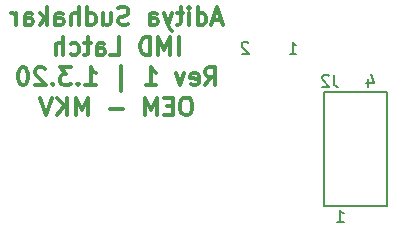
<source format=gbo>
G04 #@! TF.GenerationSoftware,KiCad,Pcbnew,(5.1.4-0-10_14)*
G04 #@! TF.CreationDate,2020-01-14T22:25:27-05:00*
G04 #@! TF.ProjectId,IMD_LATCH,494d445f-4c41-4544-9348-2e6b69636164,1*
G04 #@! TF.SameCoordinates,Original*
G04 #@! TF.FileFunction,Legend,Bot*
G04 #@! TF.FilePolarity,Positive*
%FSLAX46Y46*%
G04 Gerber Fmt 4.6, Leading zero omitted, Abs format (unit mm)*
G04 Created by KiCad (PCBNEW (5.1.4-0-10_14)) date 2020-01-14 22:25:27*
%MOMM*%
%LPD*%
G04 APERTURE LIST*
%ADD10C,0.300000*%
%ADD11C,0.150000*%
G04 APERTURE END LIST*
D10*
X150921728Y-109302600D02*
X150207442Y-109302600D01*
X151064585Y-109731171D02*
X150564585Y-108231171D01*
X150064585Y-109731171D01*
X148921728Y-109731171D02*
X148921728Y-108231171D01*
X148921728Y-109659742D02*
X149064585Y-109731171D01*
X149350300Y-109731171D01*
X149493157Y-109659742D01*
X149564585Y-109588314D01*
X149636014Y-109445457D01*
X149636014Y-109016885D01*
X149564585Y-108874028D01*
X149493157Y-108802600D01*
X149350300Y-108731171D01*
X149064585Y-108731171D01*
X148921728Y-108802600D01*
X148207442Y-109731171D02*
X148207442Y-108731171D01*
X148207442Y-108231171D02*
X148278871Y-108302600D01*
X148207442Y-108374028D01*
X148136014Y-108302600D01*
X148207442Y-108231171D01*
X148207442Y-108374028D01*
X147707442Y-108731171D02*
X147136014Y-108731171D01*
X147493157Y-108231171D02*
X147493157Y-109516885D01*
X147421728Y-109659742D01*
X147278871Y-109731171D01*
X147136014Y-109731171D01*
X146778871Y-108731171D02*
X146421728Y-109731171D01*
X146064585Y-108731171D02*
X146421728Y-109731171D01*
X146564585Y-110088314D01*
X146636014Y-110159742D01*
X146778871Y-110231171D01*
X144850300Y-109731171D02*
X144850300Y-108945457D01*
X144921728Y-108802600D01*
X145064585Y-108731171D01*
X145350300Y-108731171D01*
X145493157Y-108802600D01*
X144850300Y-109659742D02*
X144993157Y-109731171D01*
X145350300Y-109731171D01*
X145493157Y-109659742D01*
X145564585Y-109516885D01*
X145564585Y-109374028D01*
X145493157Y-109231171D01*
X145350300Y-109159742D01*
X144993157Y-109159742D01*
X144850300Y-109088314D01*
X143064585Y-109659742D02*
X142850300Y-109731171D01*
X142493157Y-109731171D01*
X142350300Y-109659742D01*
X142278871Y-109588314D01*
X142207442Y-109445457D01*
X142207442Y-109302600D01*
X142278871Y-109159742D01*
X142350300Y-109088314D01*
X142493157Y-109016885D01*
X142778871Y-108945457D01*
X142921728Y-108874028D01*
X142993157Y-108802600D01*
X143064585Y-108659742D01*
X143064585Y-108516885D01*
X142993157Y-108374028D01*
X142921728Y-108302600D01*
X142778871Y-108231171D01*
X142421728Y-108231171D01*
X142207442Y-108302600D01*
X140921728Y-108731171D02*
X140921728Y-109731171D01*
X141564585Y-108731171D02*
X141564585Y-109516885D01*
X141493157Y-109659742D01*
X141350300Y-109731171D01*
X141136014Y-109731171D01*
X140993157Y-109659742D01*
X140921728Y-109588314D01*
X139564585Y-109731171D02*
X139564585Y-108231171D01*
X139564585Y-109659742D02*
X139707442Y-109731171D01*
X139993157Y-109731171D01*
X140136014Y-109659742D01*
X140207442Y-109588314D01*
X140278871Y-109445457D01*
X140278871Y-109016885D01*
X140207442Y-108874028D01*
X140136014Y-108802600D01*
X139993157Y-108731171D01*
X139707442Y-108731171D01*
X139564585Y-108802600D01*
X138850300Y-109731171D02*
X138850300Y-108231171D01*
X138207442Y-109731171D02*
X138207442Y-108945457D01*
X138278871Y-108802600D01*
X138421728Y-108731171D01*
X138636014Y-108731171D01*
X138778871Y-108802600D01*
X138850300Y-108874028D01*
X136850300Y-109731171D02*
X136850300Y-108945457D01*
X136921728Y-108802600D01*
X137064585Y-108731171D01*
X137350300Y-108731171D01*
X137493157Y-108802600D01*
X136850300Y-109659742D02*
X136993157Y-109731171D01*
X137350300Y-109731171D01*
X137493157Y-109659742D01*
X137564585Y-109516885D01*
X137564585Y-109374028D01*
X137493157Y-109231171D01*
X137350300Y-109159742D01*
X136993157Y-109159742D01*
X136850300Y-109088314D01*
X136136014Y-109731171D02*
X136136014Y-108231171D01*
X135993157Y-109159742D02*
X135564585Y-109731171D01*
X135564585Y-108731171D02*
X136136014Y-109302600D01*
X134278871Y-109731171D02*
X134278871Y-108945457D01*
X134350300Y-108802600D01*
X134493157Y-108731171D01*
X134778871Y-108731171D01*
X134921728Y-108802600D01*
X134278871Y-109659742D02*
X134421728Y-109731171D01*
X134778871Y-109731171D01*
X134921728Y-109659742D01*
X134993157Y-109516885D01*
X134993157Y-109374028D01*
X134921728Y-109231171D01*
X134778871Y-109159742D01*
X134421728Y-109159742D01*
X134278871Y-109088314D01*
X133564585Y-109731171D02*
X133564585Y-108731171D01*
X133564585Y-109016885D02*
X133493157Y-108874028D01*
X133421728Y-108802600D01*
X133278871Y-108731171D01*
X133136014Y-108731171D01*
X147314585Y-112281171D02*
X147314585Y-110781171D01*
X146600300Y-112281171D02*
X146600300Y-110781171D01*
X146100300Y-111852600D01*
X145600300Y-110781171D01*
X145600300Y-112281171D01*
X144886014Y-112281171D02*
X144886014Y-110781171D01*
X144528871Y-110781171D01*
X144314585Y-110852600D01*
X144171728Y-110995457D01*
X144100300Y-111138314D01*
X144028871Y-111424028D01*
X144028871Y-111638314D01*
X144100300Y-111924028D01*
X144171728Y-112066885D01*
X144314585Y-112209742D01*
X144528871Y-112281171D01*
X144886014Y-112281171D01*
X141528871Y-112281171D02*
X142243157Y-112281171D01*
X142243157Y-110781171D01*
X140386014Y-112281171D02*
X140386014Y-111495457D01*
X140457442Y-111352600D01*
X140600300Y-111281171D01*
X140886014Y-111281171D01*
X141028871Y-111352600D01*
X140386014Y-112209742D02*
X140528871Y-112281171D01*
X140886014Y-112281171D01*
X141028871Y-112209742D01*
X141100300Y-112066885D01*
X141100300Y-111924028D01*
X141028871Y-111781171D01*
X140886014Y-111709742D01*
X140528871Y-111709742D01*
X140386014Y-111638314D01*
X139886014Y-111281171D02*
X139314585Y-111281171D01*
X139671728Y-110781171D02*
X139671728Y-112066885D01*
X139600300Y-112209742D01*
X139457442Y-112281171D01*
X139314585Y-112281171D01*
X138171728Y-112209742D02*
X138314585Y-112281171D01*
X138600300Y-112281171D01*
X138743157Y-112209742D01*
X138814585Y-112138314D01*
X138886014Y-111995457D01*
X138886014Y-111566885D01*
X138814585Y-111424028D01*
X138743157Y-111352600D01*
X138600300Y-111281171D01*
X138314585Y-111281171D01*
X138171728Y-111352600D01*
X137528871Y-112281171D02*
X137528871Y-110781171D01*
X136886014Y-112281171D02*
X136886014Y-111495457D01*
X136957442Y-111352600D01*
X137100300Y-111281171D01*
X137314585Y-111281171D01*
X137457442Y-111352600D01*
X137528871Y-111424028D01*
X149564585Y-114831171D02*
X150064585Y-114116885D01*
X150421728Y-114831171D02*
X150421728Y-113331171D01*
X149850300Y-113331171D01*
X149707442Y-113402600D01*
X149636014Y-113474028D01*
X149564585Y-113616885D01*
X149564585Y-113831171D01*
X149636014Y-113974028D01*
X149707442Y-114045457D01*
X149850300Y-114116885D01*
X150421728Y-114116885D01*
X148350300Y-114759742D02*
X148493157Y-114831171D01*
X148778871Y-114831171D01*
X148921728Y-114759742D01*
X148993157Y-114616885D01*
X148993157Y-114045457D01*
X148921728Y-113902600D01*
X148778871Y-113831171D01*
X148493157Y-113831171D01*
X148350300Y-113902600D01*
X148278871Y-114045457D01*
X148278871Y-114188314D01*
X148993157Y-114331171D01*
X147778871Y-113831171D02*
X147421728Y-114831171D01*
X147064585Y-113831171D01*
X144564585Y-114831171D02*
X145421728Y-114831171D01*
X144993157Y-114831171D02*
X144993157Y-113331171D01*
X145136014Y-113545457D01*
X145278871Y-113688314D01*
X145421728Y-113759742D01*
X142421728Y-115331171D02*
X142421728Y-113188314D01*
X139421728Y-114831171D02*
X140278871Y-114831171D01*
X139850300Y-114831171D02*
X139850300Y-113331171D01*
X139993157Y-113545457D01*
X140136014Y-113688314D01*
X140278871Y-113759742D01*
X138778871Y-114688314D02*
X138707442Y-114759742D01*
X138778871Y-114831171D01*
X138850300Y-114759742D01*
X138778871Y-114688314D01*
X138778871Y-114831171D01*
X138207442Y-113331171D02*
X137278871Y-113331171D01*
X137778871Y-113902600D01*
X137564585Y-113902600D01*
X137421728Y-113974028D01*
X137350300Y-114045457D01*
X137278871Y-114188314D01*
X137278871Y-114545457D01*
X137350300Y-114688314D01*
X137421728Y-114759742D01*
X137564585Y-114831171D01*
X137993157Y-114831171D01*
X138136014Y-114759742D01*
X138207442Y-114688314D01*
X136636014Y-114688314D02*
X136564585Y-114759742D01*
X136636014Y-114831171D01*
X136707442Y-114759742D01*
X136636014Y-114688314D01*
X136636014Y-114831171D01*
X135993157Y-113474028D02*
X135921728Y-113402600D01*
X135778871Y-113331171D01*
X135421728Y-113331171D01*
X135278871Y-113402600D01*
X135207442Y-113474028D01*
X135136014Y-113616885D01*
X135136014Y-113759742D01*
X135207442Y-113974028D01*
X136064585Y-114831171D01*
X135136014Y-114831171D01*
X134207442Y-113331171D02*
X134064585Y-113331171D01*
X133921728Y-113402600D01*
X133850300Y-113474028D01*
X133778871Y-113616885D01*
X133707442Y-113902600D01*
X133707442Y-114259742D01*
X133778871Y-114545457D01*
X133850300Y-114688314D01*
X133921728Y-114759742D01*
X134064585Y-114831171D01*
X134207442Y-114831171D01*
X134350300Y-114759742D01*
X134421728Y-114688314D01*
X134493157Y-114545457D01*
X134564585Y-114259742D01*
X134564585Y-113902600D01*
X134493157Y-113616885D01*
X134421728Y-113474028D01*
X134350300Y-113402600D01*
X134207442Y-113331171D01*
X148100300Y-115881171D02*
X147814585Y-115881171D01*
X147671728Y-115952600D01*
X147528871Y-116095457D01*
X147457442Y-116381171D01*
X147457442Y-116881171D01*
X147528871Y-117166885D01*
X147671728Y-117309742D01*
X147814585Y-117381171D01*
X148100300Y-117381171D01*
X148243157Y-117309742D01*
X148386014Y-117166885D01*
X148457442Y-116881171D01*
X148457442Y-116381171D01*
X148386014Y-116095457D01*
X148243157Y-115952600D01*
X148100300Y-115881171D01*
X146814585Y-116595457D02*
X146314585Y-116595457D01*
X146100300Y-117381171D02*
X146814585Y-117381171D01*
X146814585Y-115881171D01*
X146100300Y-115881171D01*
X145457442Y-117381171D02*
X145457442Y-115881171D01*
X144957442Y-116952600D01*
X144457442Y-115881171D01*
X144457442Y-117381171D01*
X142600300Y-116809742D02*
X141457442Y-116809742D01*
X139600300Y-117381171D02*
X139600300Y-115881171D01*
X139100300Y-116952600D01*
X138600300Y-115881171D01*
X138600300Y-117381171D01*
X137886014Y-117381171D02*
X137886014Y-115881171D01*
X137028871Y-117381171D02*
X137671728Y-116524028D01*
X137028871Y-115881171D02*
X137886014Y-116738314D01*
X136600300Y-115881171D02*
X136100300Y-117381171D01*
X135600300Y-115881171D01*
D11*
X159617900Y-115373200D02*
X164917900Y-115373200D01*
X159617900Y-125063200D02*
X164917900Y-125063200D01*
X159617900Y-115373200D02*
X159617900Y-125063200D01*
X164917900Y-115373200D02*
X164917900Y-125063200D01*
X160454933Y-113942880D02*
X160454933Y-114657166D01*
X160502552Y-114800023D01*
X160597790Y-114895261D01*
X160740647Y-114942880D01*
X160835885Y-114942880D01*
X160026361Y-114038119D02*
X159978742Y-113990500D01*
X159883504Y-113942880D01*
X159645409Y-113942880D01*
X159550171Y-113990500D01*
X159502552Y-114038119D01*
X159454933Y-114133357D01*
X159454933Y-114228595D01*
X159502552Y-114371452D01*
X160073980Y-114942880D01*
X159454933Y-114942880D01*
X163347423Y-114288914D02*
X163347423Y-114955580D01*
X163585519Y-113907961D02*
X163823614Y-114622247D01*
X163204566Y-114622247D01*
X160712185Y-126385580D02*
X161283614Y-126385580D01*
X160997900Y-126385580D02*
X160997900Y-125385580D01*
X161093138Y-125528438D01*
X161188376Y-125623676D01*
X161283614Y-125671295D01*
X156698985Y-112161580D02*
X157270414Y-112161580D01*
X156984700Y-112161580D02*
X156984700Y-111161580D01*
X157079938Y-111304438D01*
X157175176Y-111399676D01*
X157270414Y-111447295D01*
X153206414Y-111256819D02*
X153158795Y-111209200D01*
X153063557Y-111161580D01*
X152825461Y-111161580D01*
X152730223Y-111209200D01*
X152682604Y-111256819D01*
X152634985Y-111352057D01*
X152634985Y-111447295D01*
X152682604Y-111590152D01*
X153254033Y-112161580D01*
X152634985Y-112161580D01*
M02*

</source>
